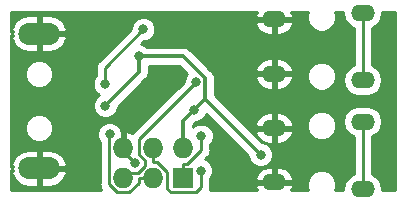
<source format=gbl>
G04 #@! TF.GenerationSoftware,KiCad,Pcbnew,5.0.1-33cea8e~67~ubuntu18.04.1*
G04 #@! TF.CreationDate,2018-10-19T08:25:09+02:00*
G04 #@! TF.ProjectId,audio_interface,617564696F5F696E746572666163652E,rev?*
G04 #@! TF.SameCoordinates,Original*
G04 #@! TF.FileFunction,Copper,L2,Bot,Signal*
G04 #@! TF.FilePolarity,Positive*
%FSLAX46Y46*%
G04 Gerber Fmt 4.6, Leading zero omitted, Abs format (unit mm)*
G04 Created by KiCad (PCBNEW 5.0.1-33cea8e~67~ubuntu18.04.1) date Fr 19 Okt 2018 08:25:09 CEST*
%MOMM*%
%LPD*%
G01*
G04 APERTURE LIST*
G04 #@! TA.AperFunction,SMDPad,CuDef*
%ADD10R,1.727200X1.727200*%
G04 #@! TD*
G04 #@! TA.AperFunction,SMDPad,CuDef*
%ADD11O,1.727200X1.727200*%
G04 #@! TD*
G04 #@! TA.AperFunction,ComponentPad*
%ADD12O,2.000000X1.400000*%
G04 #@! TD*
G04 #@! TA.AperFunction,ComponentPad*
%ADD13O,3.500000X1.900000*%
G04 #@! TD*
G04 #@! TA.AperFunction,ViaPad*
%ADD14C,0.800000*%
G04 #@! TD*
G04 #@! TA.AperFunction,Conductor*
%ADD15C,0.350000*%
G04 #@! TD*
G04 #@! TA.AperFunction,Conductor*
%ADD16C,0.250000*%
G04 #@! TD*
G04 #@! TA.AperFunction,Conductor*
%ADD17C,0.254000*%
G04 #@! TD*
G04 APERTURE END LIST*
D10*
G04 #@! TO.P,J2,1*
G04 #@! TO.N,/MISO*
X165290000Y-124790000D03*
D11*
G04 #@! TO.P,J2,2*
G04 #@! TO.N,VBUS*
X165290000Y-122250000D03*
G04 #@! TO.P,J2,3*
G04 #@! TO.N,/SCK*
X162750000Y-124790000D03*
G04 #@! TO.P,J2,4*
G04 #@! TO.N,/MOSI*
X162750000Y-122250000D03*
G04 #@! TO.P,J2,5*
G04 #@! TO.N,/~RESET*
X160210000Y-124790000D03*
G04 #@! TO.P,J2,6*
G04 #@! TO.N,GND*
X160210000Y-122250000D03*
G04 #@! TD*
D12*
G04 #@! TO.P,J3,T*
G04 #@! TO.N,Net-(C5-Pad1)*
X180500000Y-110800000D03*
X180500000Y-116500000D03*
G04 #@! TO.P,J3,S*
G04 #@! TO.N,GND*
X173000000Y-111350000D03*
G04 #@! TO.P,J3,R*
X173000000Y-115950000D03*
G04 #@! TD*
G04 #@! TO.P,J4,R*
G04 #@! TO.N,GND*
X173000000Y-125150000D03*
G04 #@! TO.P,J4,S*
X173000000Y-120550000D03*
G04 #@! TO.P,J4,T*
G04 #@! TO.N,Net-(C3-Pad2)*
X180500000Y-125700000D03*
X180500000Y-120000000D03*
G04 #@! TD*
D13*
G04 #@! TO.P,J1,5*
G04 #@! TO.N,GND*
X153100000Y-123950000D03*
X153100000Y-112550000D03*
G04 #@! TD*
D14*
G04 #@! TO.N,GND*
X162800000Y-118500000D03*
X172000000Y-118100000D03*
X161235545Y-123520000D03*
X159300000Y-113100000D03*
X171600000Y-113500000D03*
X166400000Y-114000000D03*
X182500000Y-113500000D03*
X182500000Y-122500000D03*
X151500000Y-118000000D03*
X151500000Y-114500000D03*
X151500000Y-122000000D03*
G04 #@! TO.N,VBUS*
X171856900Y-122801100D03*
X158712600Y-118647500D03*
X166235100Y-119027400D03*
X161587500Y-114487100D03*
G04 #@! TO.N,Net-(J1-Pad3)*
X161912100Y-112182700D03*
X158661400Y-116811000D03*
G04 #@! TO.N,/MISO*
X166839500Y-121204500D03*
G04 #@! TO.N,/SCK*
X159063100Y-121070500D03*
G04 #@! TO.N,/MOSI*
X166805300Y-124145300D03*
G04 #@! TO.N,/~RESET*
X166384100Y-116652500D03*
G04 #@! TD*
D15*
G04 #@! TO.N,GND*
X160210000Y-122250000D02*
X160210000Y-122494455D01*
X160210000Y-122494455D02*
X161235545Y-123520000D01*
G04 #@! TO.N,VBUS*
X158712600Y-118647500D02*
X161587500Y-115772600D01*
X161587500Y-115772600D02*
X161587500Y-114487100D01*
X167159200Y-118103300D02*
X166235100Y-119027400D01*
X161587500Y-114487100D02*
X165320100Y-114487100D01*
X165320100Y-114487100D02*
X167180100Y-116347100D01*
X167180100Y-116347100D02*
X167180100Y-118082400D01*
X167180100Y-118082400D02*
X167159200Y-118103300D01*
X171856900Y-122801100D02*
X167159200Y-118103300D01*
X166235100Y-119027400D02*
X165290000Y-119972500D01*
X165290000Y-119972500D02*
X165290000Y-122250000D01*
D16*
G04 #@! TO.N,Net-(C3-Pad2)*
X180500000Y-120000000D02*
X180500000Y-125700000D01*
G04 #@! TO.N,Net-(C5-Pad1)*
X180500000Y-116500000D02*
X180500000Y-110800000D01*
G04 #@! TO.N,Net-(J1-Pad3)*
X158661400Y-116811000D02*
X158661400Y-115433400D01*
X158661400Y-115433400D02*
X161912100Y-112182700D01*
G04 #@! TO.N,/MISO*
X165290000Y-124790000D02*
X165290000Y-123601100D01*
X166839500Y-121204500D02*
X166839500Y-122423100D01*
X166839500Y-122423100D02*
X165661500Y-123601100D01*
X165661500Y-123601100D02*
X165290000Y-123601100D01*
G04 #@! TO.N,/SCK*
X162750000Y-124790000D02*
X161561100Y-124790000D01*
X159063100Y-121070500D02*
X158980100Y-121153500D01*
X158980100Y-121153500D02*
X158980100Y-125299600D01*
X158980100Y-125299600D02*
X159659400Y-125978900D01*
X159659400Y-125978900D02*
X160743800Y-125978900D01*
X160743800Y-125978900D02*
X161561100Y-125161600D01*
X161561100Y-125161600D02*
X161561100Y-124790000D01*
G04 #@! TO.N,/MOSI*
X162750000Y-122250000D02*
X162750000Y-123438900D01*
X166805300Y-124145300D02*
X166805300Y-125520600D01*
X166805300Y-125520600D02*
X166346900Y-125979000D01*
X166346900Y-125979000D02*
X164251100Y-125979000D01*
X164251100Y-125979000D02*
X163938900Y-125666800D01*
X163938900Y-125666800D02*
X163938900Y-124256200D01*
X163938900Y-124256200D02*
X163121600Y-123438900D01*
X163121600Y-123438900D02*
X162750000Y-123438900D01*
G04 #@! TO.N,/~RESET*
X162025002Y-123755868D02*
X161455868Y-124325002D01*
X162025002Y-123284132D02*
X162025002Y-123755868D01*
X161455868Y-124325002D02*
X160674998Y-124325002D01*
X161561399Y-122820529D02*
X162025002Y-123284132D01*
X161561399Y-121475201D02*
X161561399Y-122820529D01*
X166384100Y-116652500D02*
X161561399Y-121475201D01*
X160674998Y-124325002D02*
X160210000Y-124790000D01*
G04 #@! TD*
D17*
G04 #@! TO.N,GND*
G36*
X171418020Y-110956450D02*
X171407284Y-111016671D01*
X171530626Y-111223000D01*
X172873000Y-111223000D01*
X172873000Y-111203000D01*
X173127000Y-111203000D01*
X173127000Y-111223000D01*
X174469374Y-111223000D01*
X174592716Y-111016671D01*
X174581980Y-110956450D01*
X174462663Y-110735000D01*
X175835144Y-110735000D01*
X175765000Y-110904343D01*
X175765000Y-111395657D01*
X175953018Y-111849571D01*
X176300429Y-112196982D01*
X176754343Y-112385000D01*
X177245657Y-112385000D01*
X177699571Y-112196982D01*
X178046982Y-111849571D01*
X178235000Y-111395657D01*
X178235000Y-110904343D01*
X178164856Y-110735000D01*
X178851775Y-110735000D01*
X178838846Y-110800000D01*
X178942458Y-111320891D01*
X179237519Y-111762481D01*
X179679109Y-112057542D01*
X179740001Y-112069654D01*
X179740000Y-115230346D01*
X179679109Y-115242458D01*
X179237519Y-115537519D01*
X178942458Y-115979109D01*
X178838846Y-116500000D01*
X178942458Y-117020891D01*
X179237519Y-117462481D01*
X179679109Y-117757542D01*
X180068515Y-117835000D01*
X180931485Y-117835000D01*
X181320891Y-117757542D01*
X181762481Y-117462481D01*
X182057542Y-117020891D01*
X182161154Y-116500000D01*
X182057542Y-115979109D01*
X181762481Y-115537519D01*
X181320891Y-115242458D01*
X181260000Y-115230346D01*
X181260000Y-112069654D01*
X181320891Y-112057542D01*
X181762481Y-111762481D01*
X182057542Y-111320891D01*
X182161154Y-110800000D01*
X182148225Y-110735000D01*
X183265000Y-110735000D01*
X183265001Y-125765000D01*
X182148225Y-125765000D01*
X182161154Y-125700000D01*
X182057542Y-125179109D01*
X181762481Y-124737519D01*
X181320891Y-124442458D01*
X181260000Y-124430346D01*
X181260000Y-121269654D01*
X181320891Y-121257542D01*
X181762481Y-120962481D01*
X182057542Y-120520891D01*
X182161154Y-120000000D01*
X182057542Y-119479109D01*
X181762481Y-119037519D01*
X181320891Y-118742458D01*
X180931485Y-118665000D01*
X180068515Y-118665000D01*
X179679109Y-118742458D01*
X179237519Y-119037519D01*
X178942458Y-119479109D01*
X178838846Y-120000000D01*
X178942458Y-120520891D01*
X179237519Y-120962481D01*
X179679109Y-121257542D01*
X179740000Y-121269654D01*
X179740001Y-124430346D01*
X179679109Y-124442458D01*
X179237519Y-124737519D01*
X178942458Y-125179109D01*
X178838846Y-125700000D01*
X178851775Y-125765000D01*
X178164856Y-125765000D01*
X178235000Y-125595657D01*
X178235000Y-125104343D01*
X178046982Y-124650429D01*
X177699571Y-124303018D01*
X177245657Y-124115000D01*
X176754343Y-124115000D01*
X176300429Y-124303018D01*
X175953018Y-124650429D01*
X175765000Y-125104343D01*
X175765000Y-125595657D01*
X175835144Y-125765000D01*
X174462663Y-125765000D01*
X174581980Y-125543550D01*
X174592716Y-125483329D01*
X174469374Y-125277000D01*
X173127000Y-125277000D01*
X173127000Y-125297000D01*
X172873000Y-125297000D01*
X172873000Y-125277000D01*
X171530626Y-125277000D01*
X171407284Y-125483329D01*
X171418020Y-125543550D01*
X171537337Y-125765000D01*
X167531575Y-125765000D01*
X167565300Y-125595452D01*
X167565300Y-125595448D01*
X167580188Y-125520601D01*
X167565300Y-125445754D01*
X167565300Y-124849011D01*
X167597640Y-124816671D01*
X171407284Y-124816671D01*
X171530626Y-125023000D01*
X172873000Y-125023000D01*
X172873000Y-123815000D01*
X173127000Y-123815000D01*
X173127000Y-125023000D01*
X174469374Y-125023000D01*
X174592716Y-124816671D01*
X174581980Y-124756450D01*
X174333790Y-124295815D01*
X173928215Y-123965222D01*
X173427000Y-123815000D01*
X173127000Y-123815000D01*
X172873000Y-123815000D01*
X172573000Y-123815000D01*
X172071785Y-123965222D01*
X171666210Y-124295815D01*
X171418020Y-124756450D01*
X171407284Y-124816671D01*
X167597640Y-124816671D01*
X167682731Y-124731580D01*
X167840300Y-124351174D01*
X167840300Y-123939426D01*
X167682731Y-123559020D01*
X167391580Y-123267869D01*
X167163858Y-123173544D01*
X167323973Y-123013429D01*
X167387429Y-122971029D01*
X167555404Y-122719637D01*
X167599500Y-122497952D01*
X167599500Y-122497948D01*
X167614388Y-122423100D01*
X167599500Y-122348252D01*
X167599500Y-121908211D01*
X167716931Y-121790780D01*
X167874500Y-121410374D01*
X167874500Y-120998626D01*
X167716931Y-120618220D01*
X167425780Y-120327069D01*
X167045374Y-120169500D01*
X166633626Y-120169500D01*
X166253220Y-120327069D01*
X166100000Y-120480289D01*
X166100000Y-120308012D01*
X166345613Y-120062400D01*
X166440974Y-120062400D01*
X166821380Y-119904831D01*
X167112531Y-119613680D01*
X167233063Y-119322689D01*
X170821900Y-122911603D01*
X170821900Y-123006974D01*
X170979469Y-123387380D01*
X171270620Y-123678531D01*
X171651026Y-123836100D01*
X172062774Y-123836100D01*
X172443180Y-123678531D01*
X172734331Y-123387380D01*
X172891900Y-123006974D01*
X172891900Y-122595226D01*
X172734331Y-122214820D01*
X172443180Y-121923669D01*
X172062774Y-121766100D01*
X171967422Y-121766100D01*
X171084670Y-120883329D01*
X171407284Y-120883329D01*
X171418020Y-120943550D01*
X171666210Y-121404185D01*
X172071785Y-121734778D01*
X172573000Y-121885000D01*
X172873000Y-121885000D01*
X172873000Y-120677000D01*
X173127000Y-120677000D01*
X173127000Y-121885000D01*
X173427000Y-121885000D01*
X173928215Y-121734778D01*
X174333790Y-121404185D01*
X174581980Y-120943550D01*
X174592716Y-120883329D01*
X174469374Y-120677000D01*
X173127000Y-120677000D01*
X172873000Y-120677000D01*
X171530626Y-120677000D01*
X171407284Y-120883329D01*
X171084670Y-120883329D01*
X170418027Y-120216671D01*
X171407284Y-120216671D01*
X171530626Y-120423000D01*
X172873000Y-120423000D01*
X172873000Y-119215000D01*
X173127000Y-119215000D01*
X173127000Y-120423000D01*
X174469374Y-120423000D01*
X174592716Y-120216671D01*
X174581980Y-120156450D01*
X174553905Y-120104343D01*
X175765000Y-120104343D01*
X175765000Y-120595657D01*
X175953018Y-121049571D01*
X176300429Y-121396982D01*
X176754343Y-121585000D01*
X177245657Y-121585000D01*
X177699571Y-121396982D01*
X178046982Y-121049571D01*
X178235000Y-120595657D01*
X178235000Y-120104343D01*
X178046982Y-119650429D01*
X177699571Y-119303018D01*
X177245657Y-119115000D01*
X176754343Y-119115000D01*
X176300429Y-119303018D01*
X175953018Y-119650429D01*
X175765000Y-120104343D01*
X174553905Y-120104343D01*
X174333790Y-119695815D01*
X173928215Y-119365222D01*
X173427000Y-119215000D01*
X173127000Y-119215000D01*
X172873000Y-119215000D01*
X172573000Y-119215000D01*
X172071785Y-119365222D01*
X171666210Y-119695815D01*
X171418020Y-120156450D01*
X171407284Y-120216671D01*
X170418027Y-120216671D01*
X167990100Y-117788694D01*
X167990100Y-116426872D01*
X168005968Y-116347099D01*
X167993284Y-116283329D01*
X171407284Y-116283329D01*
X171418020Y-116343550D01*
X171666210Y-116804185D01*
X172071785Y-117134778D01*
X172573000Y-117285000D01*
X172873000Y-117285000D01*
X172873000Y-116077000D01*
X173127000Y-116077000D01*
X173127000Y-117285000D01*
X173427000Y-117285000D01*
X173928215Y-117134778D01*
X174333790Y-116804185D01*
X174581980Y-116343550D01*
X174592716Y-116283329D01*
X174469374Y-116077000D01*
X173127000Y-116077000D01*
X172873000Y-116077000D01*
X171530626Y-116077000D01*
X171407284Y-116283329D01*
X167993284Y-116283329D01*
X167957726Y-116104571D01*
X167943103Y-116031054D01*
X167858438Y-115904343D01*
X175765000Y-115904343D01*
X175765000Y-116395657D01*
X175953018Y-116849571D01*
X176300429Y-117196982D01*
X176754343Y-117385000D01*
X177245657Y-117385000D01*
X177699571Y-117196982D01*
X178046982Y-116849571D01*
X178235000Y-116395657D01*
X178235000Y-115904343D01*
X178046982Y-115450429D01*
X177699571Y-115103018D01*
X177245657Y-114915000D01*
X176754343Y-114915000D01*
X176300429Y-115103018D01*
X175953018Y-115450429D01*
X175765000Y-115904343D01*
X167858438Y-115904343D01*
X167764077Y-115763123D01*
X167696447Y-115717934D01*
X167595184Y-115616671D01*
X171407284Y-115616671D01*
X171530626Y-115823000D01*
X172873000Y-115823000D01*
X172873000Y-114615000D01*
X173127000Y-114615000D01*
X173127000Y-115823000D01*
X174469374Y-115823000D01*
X174592716Y-115616671D01*
X174581980Y-115556450D01*
X174333790Y-115095815D01*
X173928215Y-114765222D01*
X173427000Y-114615000D01*
X173127000Y-114615000D01*
X172873000Y-114615000D01*
X172573000Y-114615000D01*
X172071785Y-114765222D01*
X171666210Y-115095815D01*
X171418020Y-115556450D01*
X171407284Y-115616671D01*
X167595184Y-115616671D01*
X165949268Y-113970756D01*
X165904077Y-113903123D01*
X165636146Y-113724097D01*
X165399874Y-113677100D01*
X165399873Y-113677100D01*
X165320100Y-113661232D01*
X165240327Y-113677100D01*
X162241211Y-113677100D01*
X162173780Y-113609669D01*
X161793374Y-113452100D01*
X161717502Y-113452100D01*
X161951902Y-113217700D01*
X162117974Y-113217700D01*
X162498380Y-113060131D01*
X162789531Y-112768980D01*
X162947100Y-112388574D01*
X162947100Y-111976826D01*
X162825530Y-111683329D01*
X171407284Y-111683329D01*
X171418020Y-111743550D01*
X171666210Y-112204185D01*
X172071785Y-112534778D01*
X172573000Y-112685000D01*
X172873000Y-112685000D01*
X172873000Y-111477000D01*
X173127000Y-111477000D01*
X173127000Y-112685000D01*
X173427000Y-112685000D01*
X173928215Y-112534778D01*
X174333790Y-112204185D01*
X174581980Y-111743550D01*
X174592716Y-111683329D01*
X174469374Y-111477000D01*
X173127000Y-111477000D01*
X172873000Y-111477000D01*
X171530626Y-111477000D01*
X171407284Y-111683329D01*
X162825530Y-111683329D01*
X162789531Y-111596420D01*
X162498380Y-111305269D01*
X162117974Y-111147700D01*
X161706226Y-111147700D01*
X161325820Y-111305269D01*
X161034669Y-111596420D01*
X160877100Y-111976826D01*
X160877100Y-112142898D01*
X158176928Y-114843071D01*
X158113472Y-114885471D01*
X158071072Y-114948927D01*
X158071071Y-114948928D01*
X157945497Y-115136863D01*
X157886512Y-115433400D01*
X157901401Y-115508251D01*
X157901401Y-116107288D01*
X157783969Y-116224720D01*
X157626400Y-116605126D01*
X157626400Y-117016874D01*
X157783969Y-117397280D01*
X158075120Y-117688431D01*
X158199266Y-117739854D01*
X158126320Y-117770069D01*
X157835169Y-118061220D01*
X157677600Y-118441626D01*
X157677600Y-118853374D01*
X157835169Y-119233780D01*
X158126320Y-119524931D01*
X158506726Y-119682500D01*
X158918474Y-119682500D01*
X159298880Y-119524931D01*
X159590031Y-119233780D01*
X159747600Y-118853374D01*
X159747600Y-118758012D01*
X162103847Y-116401766D01*
X162171477Y-116356577D01*
X162285646Y-116185711D01*
X162350503Y-116088647D01*
X162413368Y-115772600D01*
X162397500Y-115692826D01*
X162397500Y-115297100D01*
X164984588Y-115297100D01*
X165630188Y-115942701D01*
X165506669Y-116066220D01*
X165349100Y-116446626D01*
X165349100Y-116612698D01*
X161076929Y-120884870D01*
X161013470Y-120927272D01*
X160986046Y-120968315D01*
X160984947Y-120967312D01*
X160569026Y-120795042D01*
X160337000Y-120916183D01*
X160337000Y-122123000D01*
X160357000Y-122123000D01*
X160357000Y-122377000D01*
X160337000Y-122377000D01*
X160337000Y-122397000D01*
X160083000Y-122397000D01*
X160083000Y-122377000D01*
X160063000Y-122377000D01*
X160063000Y-122123000D01*
X160083000Y-122123000D01*
X160083000Y-121312829D01*
X160098100Y-121276374D01*
X160098100Y-120864626D01*
X159940531Y-120484220D01*
X159649380Y-120193069D01*
X159268974Y-120035500D01*
X158857226Y-120035500D01*
X158476820Y-120193069D01*
X158185669Y-120484220D01*
X158028100Y-120864626D01*
X158028100Y-121276374D01*
X158185669Y-121656780D01*
X158220100Y-121691211D01*
X158220101Y-125224748D01*
X158205212Y-125299600D01*
X158220101Y-125374452D01*
X158249172Y-125520601D01*
X158264197Y-125596137D01*
X158377028Y-125765000D01*
X150735000Y-125765000D01*
X150735000Y-124077002D01*
X150879415Y-124077002D01*
X150759414Y-124322588D01*
X150787050Y-124439220D01*
X151089433Y-124980961D01*
X151576114Y-125365748D01*
X152173000Y-125535000D01*
X152973000Y-125535000D01*
X152973000Y-124077000D01*
X153227000Y-124077000D01*
X153227000Y-125535000D01*
X154027000Y-125535000D01*
X154623886Y-125365748D01*
X155110567Y-124980961D01*
X155412950Y-124439220D01*
X155440586Y-124322588D01*
X155320584Y-124077000D01*
X153227000Y-124077000D01*
X152973000Y-124077000D01*
X152953000Y-124077000D01*
X152953000Y-123823000D01*
X152973000Y-123823000D01*
X152973000Y-122365000D01*
X153227000Y-122365000D01*
X153227000Y-123823000D01*
X155320584Y-123823000D01*
X155440586Y-123577412D01*
X155412950Y-123460780D01*
X155110567Y-122919039D01*
X154623886Y-122534252D01*
X154027000Y-122365000D01*
X153227000Y-122365000D01*
X152973000Y-122365000D01*
X152173000Y-122365000D01*
X151576114Y-122534252D01*
X151089433Y-122919039D01*
X150787050Y-123460780D01*
X150759414Y-123577412D01*
X150879415Y-123822998D01*
X150735000Y-123822998D01*
X150735000Y-120314289D01*
X151915000Y-120314289D01*
X151915000Y-120785711D01*
X152095405Y-121221249D01*
X152428751Y-121554595D01*
X152864289Y-121735000D01*
X153335711Y-121735000D01*
X153771249Y-121554595D01*
X154104595Y-121221249D01*
X154285000Y-120785711D01*
X154285000Y-120314289D01*
X154104595Y-119878751D01*
X153771249Y-119545405D01*
X153335711Y-119365000D01*
X152864289Y-119365000D01*
X152428751Y-119545405D01*
X152095405Y-119878751D01*
X151915000Y-120314289D01*
X150735000Y-120314289D01*
X150735000Y-115714289D01*
X151915000Y-115714289D01*
X151915000Y-116185711D01*
X152095405Y-116621249D01*
X152428751Y-116954595D01*
X152864289Y-117135000D01*
X153335711Y-117135000D01*
X153771249Y-116954595D01*
X154104595Y-116621249D01*
X154285000Y-116185711D01*
X154285000Y-115714289D01*
X154104595Y-115278751D01*
X153771249Y-114945405D01*
X153335711Y-114765000D01*
X152864289Y-114765000D01*
X152428751Y-114945405D01*
X152095405Y-115278751D01*
X151915000Y-115714289D01*
X150735000Y-115714289D01*
X150735000Y-112677002D01*
X150879415Y-112677002D01*
X150759414Y-112922588D01*
X150787050Y-113039220D01*
X151089433Y-113580961D01*
X151576114Y-113965748D01*
X152173000Y-114135000D01*
X152973000Y-114135000D01*
X152973000Y-112677000D01*
X153227000Y-112677000D01*
X153227000Y-114135000D01*
X154027000Y-114135000D01*
X154623886Y-113965748D01*
X155110567Y-113580961D01*
X155412950Y-113039220D01*
X155440586Y-112922588D01*
X155320584Y-112677000D01*
X153227000Y-112677000D01*
X152973000Y-112677000D01*
X152953000Y-112677000D01*
X152953000Y-112423000D01*
X152973000Y-112423000D01*
X152973000Y-110965000D01*
X153227000Y-110965000D01*
X153227000Y-112423000D01*
X155320584Y-112423000D01*
X155440586Y-112177412D01*
X155412950Y-112060780D01*
X155110567Y-111519039D01*
X154623886Y-111134252D01*
X154027000Y-110965000D01*
X153227000Y-110965000D01*
X152973000Y-110965000D01*
X152173000Y-110965000D01*
X151576114Y-111134252D01*
X151089433Y-111519039D01*
X150787050Y-112060780D01*
X150759414Y-112177412D01*
X150879415Y-112422998D01*
X150735000Y-112422998D01*
X150735000Y-110735000D01*
X171537337Y-110735000D01*
X171418020Y-110956450D01*
X171418020Y-110956450D01*
G37*
X171418020Y-110956450D02*
X171407284Y-111016671D01*
X171530626Y-111223000D01*
X172873000Y-111223000D01*
X172873000Y-111203000D01*
X173127000Y-111203000D01*
X173127000Y-111223000D01*
X174469374Y-111223000D01*
X174592716Y-111016671D01*
X174581980Y-110956450D01*
X174462663Y-110735000D01*
X175835144Y-110735000D01*
X175765000Y-110904343D01*
X175765000Y-111395657D01*
X175953018Y-111849571D01*
X176300429Y-112196982D01*
X176754343Y-112385000D01*
X177245657Y-112385000D01*
X177699571Y-112196982D01*
X178046982Y-111849571D01*
X178235000Y-111395657D01*
X178235000Y-110904343D01*
X178164856Y-110735000D01*
X178851775Y-110735000D01*
X178838846Y-110800000D01*
X178942458Y-111320891D01*
X179237519Y-111762481D01*
X179679109Y-112057542D01*
X179740001Y-112069654D01*
X179740000Y-115230346D01*
X179679109Y-115242458D01*
X179237519Y-115537519D01*
X178942458Y-115979109D01*
X178838846Y-116500000D01*
X178942458Y-117020891D01*
X179237519Y-117462481D01*
X179679109Y-117757542D01*
X180068515Y-117835000D01*
X180931485Y-117835000D01*
X181320891Y-117757542D01*
X181762481Y-117462481D01*
X182057542Y-117020891D01*
X182161154Y-116500000D01*
X182057542Y-115979109D01*
X181762481Y-115537519D01*
X181320891Y-115242458D01*
X181260000Y-115230346D01*
X181260000Y-112069654D01*
X181320891Y-112057542D01*
X181762481Y-111762481D01*
X182057542Y-111320891D01*
X182161154Y-110800000D01*
X182148225Y-110735000D01*
X183265000Y-110735000D01*
X183265001Y-125765000D01*
X182148225Y-125765000D01*
X182161154Y-125700000D01*
X182057542Y-125179109D01*
X181762481Y-124737519D01*
X181320891Y-124442458D01*
X181260000Y-124430346D01*
X181260000Y-121269654D01*
X181320891Y-121257542D01*
X181762481Y-120962481D01*
X182057542Y-120520891D01*
X182161154Y-120000000D01*
X182057542Y-119479109D01*
X181762481Y-119037519D01*
X181320891Y-118742458D01*
X180931485Y-118665000D01*
X180068515Y-118665000D01*
X179679109Y-118742458D01*
X179237519Y-119037519D01*
X178942458Y-119479109D01*
X178838846Y-120000000D01*
X178942458Y-120520891D01*
X179237519Y-120962481D01*
X179679109Y-121257542D01*
X179740000Y-121269654D01*
X179740001Y-124430346D01*
X179679109Y-124442458D01*
X179237519Y-124737519D01*
X178942458Y-125179109D01*
X178838846Y-125700000D01*
X178851775Y-125765000D01*
X178164856Y-125765000D01*
X178235000Y-125595657D01*
X178235000Y-125104343D01*
X178046982Y-124650429D01*
X177699571Y-124303018D01*
X177245657Y-124115000D01*
X176754343Y-124115000D01*
X176300429Y-124303018D01*
X175953018Y-124650429D01*
X175765000Y-125104343D01*
X175765000Y-125595657D01*
X175835144Y-125765000D01*
X174462663Y-125765000D01*
X174581980Y-125543550D01*
X174592716Y-125483329D01*
X174469374Y-125277000D01*
X173127000Y-125277000D01*
X173127000Y-125297000D01*
X172873000Y-125297000D01*
X172873000Y-125277000D01*
X171530626Y-125277000D01*
X171407284Y-125483329D01*
X171418020Y-125543550D01*
X171537337Y-125765000D01*
X167531575Y-125765000D01*
X167565300Y-125595452D01*
X167565300Y-125595448D01*
X167580188Y-125520601D01*
X167565300Y-125445754D01*
X167565300Y-124849011D01*
X167597640Y-124816671D01*
X171407284Y-124816671D01*
X171530626Y-125023000D01*
X172873000Y-125023000D01*
X172873000Y-123815000D01*
X173127000Y-123815000D01*
X173127000Y-125023000D01*
X174469374Y-125023000D01*
X174592716Y-124816671D01*
X174581980Y-124756450D01*
X174333790Y-124295815D01*
X173928215Y-123965222D01*
X173427000Y-123815000D01*
X173127000Y-123815000D01*
X172873000Y-123815000D01*
X172573000Y-123815000D01*
X172071785Y-123965222D01*
X171666210Y-124295815D01*
X171418020Y-124756450D01*
X171407284Y-124816671D01*
X167597640Y-124816671D01*
X167682731Y-124731580D01*
X167840300Y-124351174D01*
X167840300Y-123939426D01*
X167682731Y-123559020D01*
X167391580Y-123267869D01*
X167163858Y-123173544D01*
X167323973Y-123013429D01*
X167387429Y-122971029D01*
X167555404Y-122719637D01*
X167599500Y-122497952D01*
X167599500Y-122497948D01*
X167614388Y-122423100D01*
X167599500Y-122348252D01*
X167599500Y-121908211D01*
X167716931Y-121790780D01*
X167874500Y-121410374D01*
X167874500Y-120998626D01*
X167716931Y-120618220D01*
X167425780Y-120327069D01*
X167045374Y-120169500D01*
X166633626Y-120169500D01*
X166253220Y-120327069D01*
X166100000Y-120480289D01*
X166100000Y-120308012D01*
X166345613Y-120062400D01*
X166440974Y-120062400D01*
X166821380Y-119904831D01*
X167112531Y-119613680D01*
X167233063Y-119322689D01*
X170821900Y-122911603D01*
X170821900Y-123006974D01*
X170979469Y-123387380D01*
X171270620Y-123678531D01*
X171651026Y-123836100D01*
X172062774Y-123836100D01*
X172443180Y-123678531D01*
X172734331Y-123387380D01*
X172891900Y-123006974D01*
X172891900Y-122595226D01*
X172734331Y-122214820D01*
X172443180Y-121923669D01*
X172062774Y-121766100D01*
X171967422Y-121766100D01*
X171084670Y-120883329D01*
X171407284Y-120883329D01*
X171418020Y-120943550D01*
X171666210Y-121404185D01*
X172071785Y-121734778D01*
X172573000Y-121885000D01*
X172873000Y-121885000D01*
X172873000Y-120677000D01*
X173127000Y-120677000D01*
X173127000Y-121885000D01*
X173427000Y-121885000D01*
X173928215Y-121734778D01*
X174333790Y-121404185D01*
X174581980Y-120943550D01*
X174592716Y-120883329D01*
X174469374Y-120677000D01*
X173127000Y-120677000D01*
X172873000Y-120677000D01*
X171530626Y-120677000D01*
X171407284Y-120883329D01*
X171084670Y-120883329D01*
X170418027Y-120216671D01*
X171407284Y-120216671D01*
X171530626Y-120423000D01*
X172873000Y-120423000D01*
X172873000Y-119215000D01*
X173127000Y-119215000D01*
X173127000Y-120423000D01*
X174469374Y-120423000D01*
X174592716Y-120216671D01*
X174581980Y-120156450D01*
X174553905Y-120104343D01*
X175765000Y-120104343D01*
X175765000Y-120595657D01*
X175953018Y-121049571D01*
X176300429Y-121396982D01*
X176754343Y-121585000D01*
X177245657Y-121585000D01*
X177699571Y-121396982D01*
X178046982Y-121049571D01*
X178235000Y-120595657D01*
X178235000Y-120104343D01*
X178046982Y-119650429D01*
X177699571Y-119303018D01*
X177245657Y-119115000D01*
X176754343Y-119115000D01*
X176300429Y-119303018D01*
X175953018Y-119650429D01*
X175765000Y-120104343D01*
X174553905Y-120104343D01*
X174333790Y-119695815D01*
X173928215Y-119365222D01*
X173427000Y-119215000D01*
X173127000Y-119215000D01*
X172873000Y-119215000D01*
X172573000Y-119215000D01*
X172071785Y-119365222D01*
X171666210Y-119695815D01*
X171418020Y-120156450D01*
X171407284Y-120216671D01*
X170418027Y-120216671D01*
X167990100Y-117788694D01*
X167990100Y-116426872D01*
X168005968Y-116347099D01*
X167993284Y-116283329D01*
X171407284Y-116283329D01*
X171418020Y-116343550D01*
X171666210Y-116804185D01*
X172071785Y-117134778D01*
X172573000Y-117285000D01*
X172873000Y-117285000D01*
X172873000Y-116077000D01*
X173127000Y-116077000D01*
X173127000Y-117285000D01*
X173427000Y-117285000D01*
X173928215Y-117134778D01*
X174333790Y-116804185D01*
X174581980Y-116343550D01*
X174592716Y-116283329D01*
X174469374Y-116077000D01*
X173127000Y-116077000D01*
X172873000Y-116077000D01*
X171530626Y-116077000D01*
X171407284Y-116283329D01*
X167993284Y-116283329D01*
X167957726Y-116104571D01*
X167943103Y-116031054D01*
X167858438Y-115904343D01*
X175765000Y-115904343D01*
X175765000Y-116395657D01*
X175953018Y-116849571D01*
X176300429Y-117196982D01*
X176754343Y-117385000D01*
X177245657Y-117385000D01*
X177699571Y-117196982D01*
X178046982Y-116849571D01*
X178235000Y-116395657D01*
X178235000Y-115904343D01*
X178046982Y-115450429D01*
X177699571Y-115103018D01*
X177245657Y-114915000D01*
X176754343Y-114915000D01*
X176300429Y-115103018D01*
X175953018Y-115450429D01*
X175765000Y-115904343D01*
X167858438Y-115904343D01*
X167764077Y-115763123D01*
X167696447Y-115717934D01*
X167595184Y-115616671D01*
X171407284Y-115616671D01*
X171530626Y-115823000D01*
X172873000Y-115823000D01*
X172873000Y-114615000D01*
X173127000Y-114615000D01*
X173127000Y-115823000D01*
X174469374Y-115823000D01*
X174592716Y-115616671D01*
X174581980Y-115556450D01*
X174333790Y-115095815D01*
X173928215Y-114765222D01*
X173427000Y-114615000D01*
X173127000Y-114615000D01*
X172873000Y-114615000D01*
X172573000Y-114615000D01*
X172071785Y-114765222D01*
X171666210Y-115095815D01*
X171418020Y-115556450D01*
X171407284Y-115616671D01*
X167595184Y-115616671D01*
X165949268Y-113970756D01*
X165904077Y-113903123D01*
X165636146Y-113724097D01*
X165399874Y-113677100D01*
X165399873Y-113677100D01*
X165320100Y-113661232D01*
X165240327Y-113677100D01*
X162241211Y-113677100D01*
X162173780Y-113609669D01*
X161793374Y-113452100D01*
X161717502Y-113452100D01*
X161951902Y-113217700D01*
X162117974Y-113217700D01*
X162498380Y-113060131D01*
X162789531Y-112768980D01*
X162947100Y-112388574D01*
X162947100Y-111976826D01*
X162825530Y-111683329D01*
X171407284Y-111683329D01*
X171418020Y-111743550D01*
X171666210Y-112204185D01*
X172071785Y-112534778D01*
X172573000Y-112685000D01*
X172873000Y-112685000D01*
X172873000Y-111477000D01*
X173127000Y-111477000D01*
X173127000Y-112685000D01*
X173427000Y-112685000D01*
X173928215Y-112534778D01*
X174333790Y-112204185D01*
X174581980Y-111743550D01*
X174592716Y-111683329D01*
X174469374Y-111477000D01*
X173127000Y-111477000D01*
X172873000Y-111477000D01*
X171530626Y-111477000D01*
X171407284Y-111683329D01*
X162825530Y-111683329D01*
X162789531Y-111596420D01*
X162498380Y-111305269D01*
X162117974Y-111147700D01*
X161706226Y-111147700D01*
X161325820Y-111305269D01*
X161034669Y-111596420D01*
X160877100Y-111976826D01*
X160877100Y-112142898D01*
X158176928Y-114843071D01*
X158113472Y-114885471D01*
X158071072Y-114948927D01*
X158071071Y-114948928D01*
X157945497Y-115136863D01*
X157886512Y-115433400D01*
X157901401Y-115508251D01*
X157901401Y-116107288D01*
X157783969Y-116224720D01*
X157626400Y-116605126D01*
X157626400Y-117016874D01*
X157783969Y-117397280D01*
X158075120Y-117688431D01*
X158199266Y-117739854D01*
X158126320Y-117770069D01*
X157835169Y-118061220D01*
X157677600Y-118441626D01*
X157677600Y-118853374D01*
X157835169Y-119233780D01*
X158126320Y-119524931D01*
X158506726Y-119682500D01*
X158918474Y-119682500D01*
X159298880Y-119524931D01*
X159590031Y-119233780D01*
X159747600Y-118853374D01*
X159747600Y-118758012D01*
X162103847Y-116401766D01*
X162171477Y-116356577D01*
X162285646Y-116185711D01*
X162350503Y-116088647D01*
X162413368Y-115772600D01*
X162397500Y-115692826D01*
X162397500Y-115297100D01*
X164984588Y-115297100D01*
X165630188Y-115942701D01*
X165506669Y-116066220D01*
X165349100Y-116446626D01*
X165349100Y-116612698D01*
X161076929Y-120884870D01*
X161013470Y-120927272D01*
X160986046Y-120968315D01*
X160984947Y-120967312D01*
X160569026Y-120795042D01*
X160337000Y-120916183D01*
X160337000Y-122123000D01*
X160357000Y-122123000D01*
X160357000Y-122377000D01*
X160337000Y-122377000D01*
X160337000Y-122397000D01*
X160083000Y-122397000D01*
X160083000Y-122377000D01*
X160063000Y-122377000D01*
X160063000Y-122123000D01*
X160083000Y-122123000D01*
X160083000Y-121312829D01*
X160098100Y-121276374D01*
X160098100Y-120864626D01*
X159940531Y-120484220D01*
X159649380Y-120193069D01*
X159268974Y-120035500D01*
X158857226Y-120035500D01*
X158476820Y-120193069D01*
X158185669Y-120484220D01*
X158028100Y-120864626D01*
X158028100Y-121276374D01*
X158185669Y-121656780D01*
X158220100Y-121691211D01*
X158220101Y-125224748D01*
X158205212Y-125299600D01*
X158220101Y-125374452D01*
X158249172Y-125520601D01*
X158264197Y-125596137D01*
X158377028Y-125765000D01*
X150735000Y-125765000D01*
X150735000Y-124077002D01*
X150879415Y-124077002D01*
X150759414Y-124322588D01*
X150787050Y-124439220D01*
X151089433Y-124980961D01*
X151576114Y-125365748D01*
X152173000Y-125535000D01*
X152973000Y-125535000D01*
X152973000Y-124077000D01*
X153227000Y-124077000D01*
X153227000Y-125535000D01*
X154027000Y-125535000D01*
X154623886Y-125365748D01*
X155110567Y-124980961D01*
X155412950Y-124439220D01*
X155440586Y-124322588D01*
X155320584Y-124077000D01*
X153227000Y-124077000D01*
X152973000Y-124077000D01*
X152953000Y-124077000D01*
X152953000Y-123823000D01*
X152973000Y-123823000D01*
X152973000Y-122365000D01*
X153227000Y-122365000D01*
X153227000Y-123823000D01*
X155320584Y-123823000D01*
X155440586Y-123577412D01*
X155412950Y-123460780D01*
X155110567Y-122919039D01*
X154623886Y-122534252D01*
X154027000Y-122365000D01*
X153227000Y-122365000D01*
X152973000Y-122365000D01*
X152173000Y-122365000D01*
X151576114Y-122534252D01*
X151089433Y-122919039D01*
X150787050Y-123460780D01*
X150759414Y-123577412D01*
X150879415Y-123822998D01*
X150735000Y-123822998D01*
X150735000Y-120314289D01*
X151915000Y-120314289D01*
X151915000Y-120785711D01*
X152095405Y-121221249D01*
X152428751Y-121554595D01*
X152864289Y-121735000D01*
X153335711Y-121735000D01*
X153771249Y-121554595D01*
X154104595Y-121221249D01*
X154285000Y-120785711D01*
X154285000Y-120314289D01*
X154104595Y-119878751D01*
X153771249Y-119545405D01*
X153335711Y-119365000D01*
X152864289Y-119365000D01*
X152428751Y-119545405D01*
X152095405Y-119878751D01*
X151915000Y-120314289D01*
X150735000Y-120314289D01*
X150735000Y-115714289D01*
X151915000Y-115714289D01*
X151915000Y-116185711D01*
X152095405Y-116621249D01*
X152428751Y-116954595D01*
X152864289Y-117135000D01*
X153335711Y-117135000D01*
X153771249Y-116954595D01*
X154104595Y-116621249D01*
X154285000Y-116185711D01*
X154285000Y-115714289D01*
X154104595Y-115278751D01*
X153771249Y-114945405D01*
X153335711Y-114765000D01*
X152864289Y-114765000D01*
X152428751Y-114945405D01*
X152095405Y-115278751D01*
X151915000Y-115714289D01*
X150735000Y-115714289D01*
X150735000Y-112677002D01*
X150879415Y-112677002D01*
X150759414Y-112922588D01*
X150787050Y-113039220D01*
X151089433Y-113580961D01*
X151576114Y-113965748D01*
X152173000Y-114135000D01*
X152973000Y-114135000D01*
X152973000Y-112677000D01*
X153227000Y-112677000D01*
X153227000Y-114135000D01*
X154027000Y-114135000D01*
X154623886Y-113965748D01*
X155110567Y-113580961D01*
X155412950Y-113039220D01*
X155440586Y-112922588D01*
X155320584Y-112677000D01*
X153227000Y-112677000D01*
X152973000Y-112677000D01*
X152953000Y-112677000D01*
X152953000Y-112423000D01*
X152973000Y-112423000D01*
X152973000Y-110965000D01*
X153227000Y-110965000D01*
X153227000Y-112423000D01*
X155320584Y-112423000D01*
X155440586Y-112177412D01*
X155412950Y-112060780D01*
X155110567Y-111519039D01*
X154623886Y-111134252D01*
X154027000Y-110965000D01*
X153227000Y-110965000D01*
X152973000Y-110965000D01*
X152173000Y-110965000D01*
X151576114Y-111134252D01*
X151089433Y-111519039D01*
X150787050Y-112060780D01*
X150759414Y-112177412D01*
X150879415Y-112422998D01*
X150735000Y-112422998D01*
X150735000Y-110735000D01*
X171537337Y-110735000D01*
X171418020Y-110956450D01*
G36*
X161186069Y-123520000D02*
X161141067Y-123565002D01*
X161074069Y-123565002D01*
X161002174Y-123516963D01*
X161096728Y-123430659D01*
X161186069Y-123520000D01*
X161186069Y-123520000D01*
G37*
X161186069Y-123520000D02*
X161141067Y-123565002D01*
X161074069Y-123565002D01*
X161002174Y-123516963D01*
X161096728Y-123430659D01*
X161186069Y-123520000D01*
G04 #@! TD*
M02*

</source>
